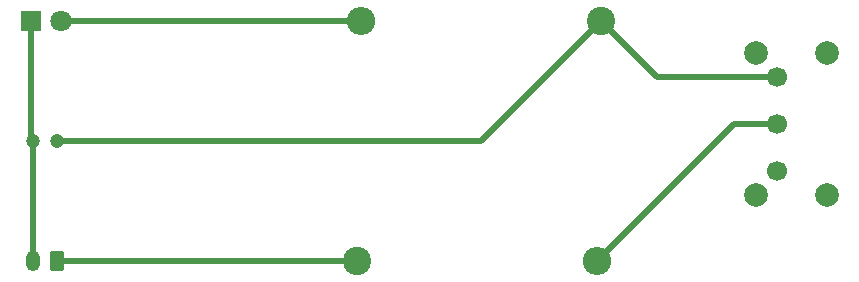
<source format=gbr>
%TF.GenerationSoftware,KiCad,Pcbnew,(6.0.10)*%
%TF.CreationDate,2023-02-16T14:16:27-08:00*%
%TF.ProjectId,Exercise1,45786572-6369-4736-9531-2e6b69636164,rev?*%
%TF.SameCoordinates,Original*%
%TF.FileFunction,Copper,L1,Top*%
%TF.FilePolarity,Positive*%
%FSLAX46Y46*%
G04 Gerber Fmt 4.6, Leading zero omitted, Abs format (unit mm)*
G04 Created by KiCad (PCBNEW (6.0.10)) date 2023-02-16 14:16:27*
%MOMM*%
%LPD*%
G01*
G04 APERTURE LIST*
G04 Aperture macros list*
%AMRoundRect*
0 Rectangle with rounded corners*
0 $1 Rounding radius*
0 $2 $3 $4 $5 $6 $7 $8 $9 X,Y pos of 4 corners*
0 Add a 4 corners polygon primitive as box body*
4,1,4,$2,$3,$4,$5,$6,$7,$8,$9,$2,$3,0*
0 Add four circle primitives for the rounded corners*
1,1,$1+$1,$2,$3*
1,1,$1+$1,$4,$5*
1,1,$1+$1,$6,$7*
1,1,$1+$1,$8,$9*
0 Add four rect primitives between the rounded corners*
20,1,$1+$1,$2,$3,$4,$5,0*
20,1,$1+$1,$4,$5,$6,$7,0*
20,1,$1+$1,$6,$7,$8,$9,0*
20,1,$1+$1,$8,$9,$2,$3,0*%
G04 Aperture macros list end*
%TA.AperFunction,ComponentPad*%
%ADD10C,1.200000*%
%TD*%
%TA.AperFunction,ComponentPad*%
%ADD11R,1.800000X1.800000*%
%TD*%
%TA.AperFunction,ComponentPad*%
%ADD12C,1.800000*%
%TD*%
%TA.AperFunction,ComponentPad*%
%ADD13C,2.000000*%
%TD*%
%TA.AperFunction,ComponentPad*%
%ADD14C,1.700000*%
%TD*%
%TA.AperFunction,ComponentPad*%
%ADD15RoundRect,0.250000X0.350000X0.625000X-0.350000X0.625000X-0.350000X-0.625000X0.350000X-0.625000X0*%
%TD*%
%TA.AperFunction,ComponentPad*%
%ADD16O,1.200000X1.750000*%
%TD*%
%TA.AperFunction,ComponentPad*%
%ADD17C,2.400000*%
%TD*%
%TA.AperFunction,ComponentPad*%
%ADD18O,2.400000X2.400000*%
%TD*%
%TA.AperFunction,Conductor*%
%ADD19C,0.508000*%
%TD*%
G04 APERTURE END LIST*
D10*
%TO.P,4.7u1,1*%
%TO.N,Net-(20K1-Pad1)*%
X104140000Y-83820000D03*
%TO.P,4.7u1,2*%
%TO.N,Net-(4.7u1-Pad2)*%
X102140000Y-83820000D03*
%TD*%
D11*
%TO.P,D1,1,K*%
%TO.N,Net-(4.7u1-Pad2)*%
X101960000Y-73660000D03*
D12*
%TO.P,D1,2,A*%
%TO.N,Net-(20K1-Pad2)*%
X104500000Y-73660000D03*
%TD*%
D13*
%TO.P,SW1,*%
%TO.N,*%
X169350000Y-88360000D03*
X169350000Y-76360000D03*
X163350000Y-88360000D03*
X163350000Y-76360000D03*
D14*
%TO.P,SW1,1,A*%
%TO.N,unconnected-(SW1-Pad1)*%
X165100000Y-86360000D03*
%TO.P,SW1,2,B*%
%TO.N,Net-(2.2k1-Pad2)*%
X165100000Y-82360000D03*
%TO.P,SW1,3,C*%
%TO.N,Net-(20K1-Pad1)*%
X165100000Y-78360000D03*
%TD*%
D15*
%TO.P,J1,1,Pin_1*%
%TO.N,Net-(2.2k1-Pad1)*%
X104140000Y-93980000D03*
D16*
%TO.P,J1,2,Pin_2*%
%TO.N,Net-(4.7u1-Pad2)*%
X102140000Y-93980000D03*
%TD*%
D17*
%TO.P,2.2k1,1*%
%TO.N,Net-(2.2k1-Pad1)*%
X129540000Y-93980000D03*
D18*
%TO.P,2.2k1,2*%
%TO.N,Net-(2.2k1-Pad2)*%
X149860000Y-93980000D03*
%TD*%
D17*
%TO.P,20K1,1*%
%TO.N,Net-(20K1-Pad1)*%
X150220000Y-73660000D03*
D18*
%TO.P,20K1,2*%
%TO.N,Net-(20K1-Pad2)*%
X129900000Y-73660000D03*
%TD*%
D19*
%TO.N,Net-(2.2k1-Pad1)*%
X104140000Y-93980000D02*
X129540000Y-93980000D01*
%TO.N,Net-(2.2k1-Pad2)*%
X165100000Y-82360000D02*
X161480000Y-82360000D01*
X149860000Y-93980000D02*
X161480000Y-82360000D01*
%TO.N,Net-(20K1-Pad1)*%
X154920000Y-78360000D02*
X165100000Y-78360000D01*
X140060000Y-83820000D02*
X150220000Y-73660000D01*
X150220000Y-73660000D02*
X154920000Y-78360000D01*
X104140000Y-83820000D02*
X140060000Y-83820000D01*
%TO.N,Net-(4.7u1-Pad2)*%
X101960000Y-83640000D02*
X102140000Y-83820000D01*
X102140000Y-93980000D02*
X102140000Y-83820000D01*
X101960000Y-73660000D02*
X101960000Y-83640000D01*
%TO.N,Net-(20K1-Pad2)*%
X104500000Y-73660000D02*
X129900000Y-73660000D01*
%TD*%
M02*

</source>
